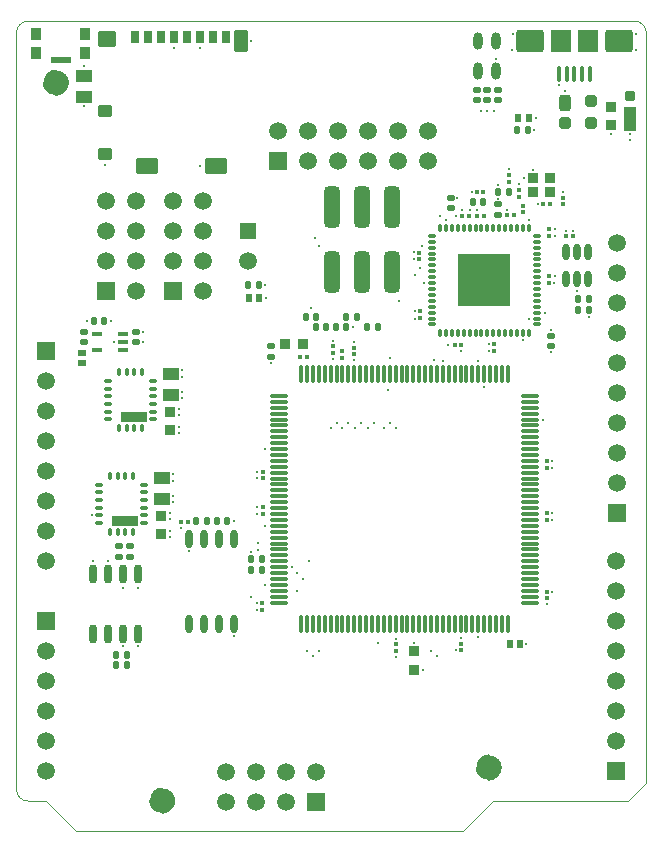
<source format=gts>
%FSLAX44Y44*%
%MOMM*%
G71*
G01*
G75*
G04 Layer_Color=8388736*
%ADD10C,0.1500*%
G04:AMPARAMS|DCode=11|XSize=0.6mm|YSize=0.5mm|CornerRadius=0.05mm|HoleSize=0mm|Usage=FLASHONLY|Rotation=0.000|XOffset=0mm|YOffset=0mm|HoleType=Round|Shape=RoundedRectangle|*
%AMROUNDEDRECTD11*
21,1,0.6000,0.4000,0,0,0.0*
21,1,0.5000,0.5000,0,0,0.0*
1,1,0.1000,0.2500,-0.2000*
1,1,0.1000,-0.2500,-0.2000*
1,1,0.1000,-0.2500,0.2000*
1,1,0.1000,0.2500,0.2000*
%
%ADD11ROUNDEDRECTD11*%
G04:AMPARAMS|DCode=12|XSize=0.6mm|YSize=0.5mm|CornerRadius=0.05mm|HoleSize=0mm|Usage=FLASHONLY|Rotation=270.000|XOffset=0mm|YOffset=0mm|HoleType=Round|Shape=RoundedRectangle|*
%AMROUNDEDRECTD12*
21,1,0.6000,0.4000,0,0,270.0*
21,1,0.5000,0.5000,0,0,270.0*
1,1,0.1000,-0.2000,-0.2500*
1,1,0.1000,-0.2000,0.2500*
1,1,0.1000,0.2000,0.2500*
1,1,0.1000,0.2000,-0.2500*
%
%ADD12ROUNDEDRECTD12*%
%ADD13O,0.9500X0.4000*%
G04:AMPARAMS|DCode=14|XSize=0.7mm|YSize=0.55mm|CornerRadius=0.055mm|HoleSize=0mm|Usage=FLASHONLY|Rotation=180.000|XOffset=0mm|YOffset=0mm|HoleType=Round|Shape=RoundedRectangle|*
%AMROUNDEDRECTD14*
21,1,0.7000,0.4400,0,0,180.0*
21,1,0.5900,0.5500,0,0,180.0*
1,1,0.1100,-0.2950,0.2200*
1,1,0.1100,0.2950,0.2200*
1,1,0.1100,0.2950,-0.2200*
1,1,0.1100,-0.2950,-0.2200*
%
%ADD14ROUNDEDRECTD14*%
G04:AMPARAMS|DCode=15|XSize=0.4mm|YSize=0.37mm|CornerRadius=0.037mm|HoleSize=0mm|Usage=FLASHONLY|Rotation=180.000|XOffset=0mm|YOffset=0mm|HoleType=Round|Shape=RoundedRectangle|*
%AMROUNDEDRECTD15*
21,1,0.4000,0.2960,0,0,180.0*
21,1,0.3260,0.3700,0,0,180.0*
1,1,0.0740,-0.1630,0.1480*
1,1,0.0740,0.1630,0.1480*
1,1,0.0740,0.1630,-0.1480*
1,1,0.0740,-0.1630,-0.1480*
%
%ADD15ROUNDEDRECTD15*%
G04:AMPARAMS|DCode=16|XSize=0.4mm|YSize=0.37mm|CornerRadius=0.037mm|HoleSize=0mm|Usage=FLASHONLY|Rotation=270.000|XOffset=0mm|YOffset=0mm|HoleType=Round|Shape=RoundedRectangle|*
%AMROUNDEDRECTD16*
21,1,0.4000,0.2960,0,0,270.0*
21,1,0.3260,0.3700,0,0,270.0*
1,1,0.0740,-0.1480,-0.1630*
1,1,0.0740,-0.1480,0.1630*
1,1,0.0740,0.1480,0.1630*
1,1,0.0740,0.1480,-0.1630*
%
%ADD16ROUNDEDRECTD16*%
G04:AMPARAMS|DCode=17|XSize=0.93mm|YSize=0.89mm|CornerRadius=0.089mm|HoleSize=0mm|Usage=FLASHONLY|Rotation=90.000|XOffset=0mm|YOffset=0mm|HoleType=Round|Shape=RoundedRectangle|*
%AMROUNDEDRECTD17*
21,1,0.9300,0.7120,0,0,90.0*
21,1,0.7520,0.8900,0,0,90.0*
1,1,0.1780,0.3560,0.3760*
1,1,0.1780,0.3560,-0.3760*
1,1,0.1780,-0.3560,-0.3760*
1,1,0.1780,-0.3560,0.3760*
%
%ADD17ROUNDEDRECTD17*%
%ADD18O,1.6500X0.3000*%
%ADD19O,0.3000X1.6500*%
%ADD20R,0.5400X0.7400*%
G04:AMPARAMS|DCode=21|XSize=0.7mm|YSize=0.55mm|CornerRadius=0.055mm|HoleSize=0mm|Usage=FLASHONLY|Rotation=90.000|XOffset=0mm|YOffset=0mm|HoleType=Round|Shape=RoundedRectangle|*
%AMROUNDEDRECTD21*
21,1,0.7000,0.4400,0,0,90.0*
21,1,0.5900,0.5500,0,0,90.0*
1,1,0.1100,0.2200,0.2950*
1,1,0.1100,0.2200,-0.2950*
1,1,0.1100,-0.2200,-0.2950*
1,1,0.1100,-0.2200,0.2950*
%
%ADD21ROUNDEDRECTD21*%
G04:AMPARAMS|DCode=22|XSize=1.3mm|YSize=3.5mm|CornerRadius=0.325mm|HoleSize=0mm|Usage=FLASHONLY|Rotation=180.000|XOffset=0mm|YOffset=0mm|HoleType=Round|Shape=RoundedRectangle|*
%AMROUNDEDRECTD22*
21,1,1.3000,2.8500,0,0,180.0*
21,1,0.6500,3.5000,0,0,180.0*
1,1,0.6500,-0.3250,1.4250*
1,1,0.6500,0.3250,1.4250*
1,1,0.6500,0.3250,-1.4250*
1,1,0.6500,-0.3250,-1.4250*
%
%ADD22ROUNDEDRECTD22*%
G04:AMPARAMS|DCode=23|XSize=0.3mm|YSize=0.6mm|CornerRadius=0.0495mm|HoleSize=0mm|Usage=FLASHONLY|Rotation=0.000|XOffset=0mm|YOffset=0mm|HoleType=Round|Shape=RoundedRectangle|*
%AMROUNDEDRECTD23*
21,1,0.3000,0.5010,0,0,0.0*
21,1,0.2010,0.6000,0,0,0.0*
1,1,0.0990,0.1005,-0.2505*
1,1,0.0990,-0.1005,-0.2505*
1,1,0.0990,-0.1005,0.2505*
1,1,0.0990,0.1005,0.2505*
%
%ADD23ROUNDEDRECTD23*%
G04:AMPARAMS|DCode=24|XSize=0.3mm|YSize=0.6mm|CornerRadius=0.0495mm|HoleSize=0mm|Usage=FLASHONLY|Rotation=270.000|XOffset=0mm|YOffset=0mm|HoleType=Round|Shape=RoundedRectangle|*
%AMROUNDEDRECTD24*
21,1,0.3000,0.5010,0,0,270.0*
21,1,0.2010,0.6000,0,0,270.0*
1,1,0.0990,-0.2505,-0.1005*
1,1,0.0990,-0.2505,0.1005*
1,1,0.0990,0.2505,0.1005*
1,1,0.0990,0.2505,-0.1005*
%
%ADD24ROUNDEDRECTD24*%
%ADD25R,2.2500X0.9000*%
G04:AMPARAMS|DCode=26|XSize=1.38mm|YSize=1.05mm|CornerRadius=0.105mm|HoleSize=0mm|Usage=FLASHONLY|Rotation=180.000|XOffset=0mm|YOffset=0mm|HoleType=Round|Shape=RoundedRectangle|*
%AMROUNDEDRECTD26*
21,1,1.3800,0.8400,0,0,180.0*
21,1,1.1700,1.0500,0,0,180.0*
1,1,0.2100,-0.5850,0.4200*
1,1,0.2100,0.5850,0.4200*
1,1,0.2100,0.5850,-0.4200*
1,1,0.2100,-0.5850,-0.4200*
%
%ADD26ROUNDEDRECTD26*%
%ADD27O,0.7600X1.6000*%
%ADD28O,0.6000X1.6000*%
G04:AMPARAMS|DCode=29|XSize=0.9mm|YSize=0.8mm|CornerRadius=0.08mm|HoleSize=0mm|Usage=FLASHONLY|Rotation=180.000|XOffset=0mm|YOffset=0mm|HoleType=Round|Shape=RoundedRectangle|*
%AMROUNDEDRECTD29*
21,1,0.9000,0.6400,0,0,180.0*
21,1,0.7400,0.8000,0,0,180.0*
1,1,0.1600,-0.3700,0.3200*
1,1,0.1600,0.3700,0.3200*
1,1,0.1600,0.3700,-0.3200*
1,1,0.1600,-0.3700,-0.3200*
%
%ADD29ROUNDEDRECTD29*%
%ADD30O,0.6000X1.4000*%
G04:AMPARAMS|DCode=31|XSize=1mm|YSize=1.4mm|CornerRadius=0.25mm|HoleSize=0mm|Usage=FLASHONLY|Rotation=180.000|XOffset=0mm|YOffset=0mm|HoleType=Round|Shape=RoundedRectangle|*
%AMROUNDEDRECTD31*
21,1,1.0000,0.9000,0,0,180.0*
21,1,0.5000,1.4000,0,0,180.0*
1,1,0.5000,-0.2500,0.4500*
1,1,0.5000,0.2500,0.4500*
1,1,0.5000,0.2500,-0.4500*
1,1,0.5000,-0.2500,-0.4500*
%
%ADD31ROUNDEDRECTD31*%
G04:AMPARAMS|DCode=32|XSize=1mm|YSize=1mm|CornerRadius=0.25mm|HoleSize=0mm|Usage=FLASHONLY|Rotation=180.000|XOffset=0mm|YOffset=0mm|HoleType=Round|Shape=RoundedRectangle|*
%AMROUNDEDRECTD32*
21,1,1.0000,0.5000,0,0,180.0*
21,1,0.5000,1.0000,0,0,180.0*
1,1,0.5000,-0.2500,0.2500*
1,1,0.5000,0.2500,0.2500*
1,1,0.5000,0.2500,-0.2500*
1,1,0.5000,-0.2500,-0.2500*
%
%ADD32ROUNDEDRECTD32*%
%ADD33R,4.4500X4.4500*%
%ADD34O,0.8200X0.2700*%
%ADD35O,0.2700X0.8200*%
G04:AMPARAMS|DCode=36|XSize=0.9mm|YSize=1mm|CornerRadius=0.09mm|HoleSize=0mm|Usage=FLASHONLY|Rotation=180.000|XOffset=0mm|YOffset=0mm|HoleType=Round|Shape=RoundedRectangle|*
%AMROUNDEDRECTD36*
21,1,0.9000,0.8200,0,0,180.0*
21,1,0.7200,1.0000,0,0,180.0*
1,1,0.1800,-0.3600,0.4100*
1,1,0.1800,0.3600,0.4100*
1,1,0.1800,0.3600,-0.4100*
1,1,0.1800,-0.3600,-0.4100*
%
%ADD36ROUNDEDRECTD36*%
G04:AMPARAMS|DCode=37|XSize=1.7mm|YSize=0.55mm|CornerRadius=0.055mm|HoleSize=0mm|Usage=FLASHONLY|Rotation=180.000|XOffset=0mm|YOffset=0mm|HoleType=Round|Shape=RoundedRectangle|*
%AMROUNDEDRECTD37*
21,1,1.7000,0.4400,0,0,180.0*
21,1,1.5900,0.5500,0,0,180.0*
1,1,0.1100,-0.7950,0.2200*
1,1,0.1100,0.7950,0.2200*
1,1,0.1100,0.7950,-0.2200*
1,1,0.1100,-0.7950,-0.2200*
%
%ADD37ROUNDEDRECTD37*%
%ADD38C,1.0000*%
%ADD39O,0.4000X1.3500*%
G04:AMPARAMS|DCode=40|XSize=2.3mm|YSize=1.9mm|CornerRadius=0.19mm|HoleSize=0mm|Usage=FLASHONLY|Rotation=180.000|XOffset=0mm|YOffset=0mm|HoleType=Round|Shape=RoundedRectangle|*
%AMROUNDEDRECTD40*
21,1,2.3000,1.5200,0,0,180.0*
21,1,1.9200,1.9000,0,0,180.0*
1,1,0.3800,-0.9600,0.7600*
1,1,0.3800,0.9600,0.7600*
1,1,0.3800,0.9600,-0.7600*
1,1,0.3800,-0.9600,-0.7600*
%
%ADD40ROUNDEDRECTD40*%
%ADD41R,1.8000X1.9000*%
G04:AMPARAMS|DCode=42|XSize=1.55mm|YSize=1.35mm|CornerRadius=0.135mm|HoleSize=0mm|Usage=FLASHONLY|Rotation=180.000|XOffset=0mm|YOffset=0mm|HoleType=Round|Shape=RoundedRectangle|*
%AMROUNDEDRECTD42*
21,1,1.5500,1.0800,0,0,180.0*
21,1,1.2800,1.3500,0,0,180.0*
1,1,0.2700,-0.6400,0.5400*
1,1,0.2700,0.6400,0.5400*
1,1,0.2700,0.6400,-0.5400*
1,1,0.2700,-0.6400,-0.5400*
%
%ADD42ROUNDEDRECTD42*%
G04:AMPARAMS|DCode=43|XSize=1.8mm|YSize=1.17mm|CornerRadius=0.117mm|HoleSize=0mm|Usage=FLASHONLY|Rotation=90.000|XOffset=0mm|YOffset=0mm|HoleType=Round|Shape=RoundedRectangle|*
%AMROUNDEDRECTD43*
21,1,1.8000,0.9360,0,0,90.0*
21,1,1.5660,1.1700,0,0,90.0*
1,1,0.2340,0.4680,0.7830*
1,1,0.2340,0.4680,-0.7830*
1,1,0.2340,-0.4680,-0.7830*
1,1,0.2340,-0.4680,0.7830*
%
%ADD43ROUNDEDRECTD43*%
G04:AMPARAMS|DCode=44|XSize=0.75mm|YSize=1.1mm|CornerRadius=0.075mm|HoleSize=0mm|Usage=FLASHONLY|Rotation=180.000|XOffset=0mm|YOffset=0mm|HoleType=Round|Shape=RoundedRectangle|*
%AMROUNDEDRECTD44*
21,1,0.7500,0.9500,0,0,180.0*
21,1,0.6000,1.1000,0,0,180.0*
1,1,0.1500,-0.3000,0.4750*
1,1,0.1500,0.3000,0.4750*
1,1,0.1500,0.3000,-0.4750*
1,1,0.1500,-0.3000,-0.4750*
%
%ADD44ROUNDEDRECTD44*%
G04:AMPARAMS|DCode=45|XSize=1.2mm|YSize=1mm|CornerRadius=0.1mm|HoleSize=0mm|Usage=FLASHONLY|Rotation=180.000|XOffset=0mm|YOffset=0mm|HoleType=Round|Shape=RoundedRectangle|*
%AMROUNDEDRECTD45*
21,1,1.2000,0.8000,0,0,180.0*
21,1,1.0000,1.0000,0,0,180.0*
1,1,0.2000,-0.5000,0.4000*
1,1,0.2000,0.5000,0.4000*
1,1,0.2000,0.5000,-0.4000*
1,1,0.2000,-0.5000,-0.4000*
%
%ADD45ROUNDEDRECTD45*%
G04:AMPARAMS|DCode=46|XSize=1.9mm|YSize=1.35mm|CornerRadius=0.135mm|HoleSize=0mm|Usage=FLASHONLY|Rotation=180.000|XOffset=0mm|YOffset=0mm|HoleType=Round|Shape=RoundedRectangle|*
%AMROUNDEDRECTD46*
21,1,1.9000,1.0800,0,0,180.0*
21,1,1.6300,1.3500,0,0,180.0*
1,1,0.2700,-0.8150,0.5400*
1,1,0.2700,0.8150,0.5400*
1,1,0.2700,0.8150,-0.5400*
1,1,0.2700,-0.8150,-0.5400*
%
%ADD46ROUNDEDRECTD46*%
%ADD47O,0.8000X1.4700*%
G04:AMPARAMS|DCode=48|XSize=2mm|YSize=1.1mm|CornerRadius=0.11mm|HoleSize=0mm|Usage=FLASHONLY|Rotation=90.000|XOffset=0mm|YOffset=0mm|HoleType=Round|Shape=RoundedRectangle|*
%AMROUNDEDRECTD48*
21,1,2.0000,0.8800,0,0,90.0*
21,1,1.7800,1.1000,0,0,90.0*
1,1,0.2200,0.4400,0.8900*
1,1,0.2200,0.4400,-0.8900*
1,1,0.2200,-0.4400,-0.8900*
1,1,0.2200,-0.4400,0.8900*
%
%ADD48ROUNDEDRECTD48*%
G04:AMPARAMS|DCode=49|XSize=0.8mm|YSize=0.8mm|CornerRadius=0.08mm|HoleSize=0mm|Usage=FLASHONLY|Rotation=90.000|XOffset=0mm|YOffset=0mm|HoleType=Round|Shape=RoundedRectangle|*
%AMROUNDEDRECTD49*
21,1,0.8000,0.6400,0,0,90.0*
21,1,0.6400,0.8000,0,0,90.0*
1,1,0.1600,0.3200,0.3200*
1,1,0.1600,0.3200,-0.3200*
1,1,0.1600,-0.3200,-0.3200*
1,1,0.1600,-0.3200,0.3200*
%
%ADD49ROUNDEDRECTD49*%
G04:AMPARAMS|DCode=50|XSize=0.93mm|YSize=0.89mm|CornerRadius=0.089mm|HoleSize=0mm|Usage=FLASHONLY|Rotation=0.000|XOffset=0mm|YOffset=0mm|HoleType=Round|Shape=RoundedRectangle|*
%AMROUNDEDRECTD50*
21,1,0.9300,0.7120,0,0,0.0*
21,1,0.7520,0.8900,0,0,0.0*
1,1,0.1780,0.3760,-0.3560*
1,1,0.1780,-0.3760,-0.3560*
1,1,0.1780,-0.3760,0.3560*
1,1,0.1780,0.3760,0.3560*
%
%ADD50ROUNDEDRECTD50*%
%ADD51C,0.1000*%
%ADD52C,0.2000*%
%ADD53C,0.3000*%
%ADD54C,0.1200*%
%ADD55C,0.5000*%
%ADD56R,1.5000X1.5000*%
%ADD57C,1.5000*%
%ADD58R,1.3500X1.3500*%
%ADD59R,1.5000X1.5000*%
%ADD60C,0.4500*%
%ADD61C,1.0000*%
%ADD62C,2.0000*%
%ADD63C,0.6000*%
%ADD64C,0.4000*%
%ADD65C,0.2500*%
%ADD66C,0.2000*%
D11*
X101000Y423000D02*
D03*
Y414000D02*
D03*
X57000Y414000D02*
D03*
Y423000D02*
D03*
X215800Y401700D02*
D03*
Y410700D02*
D03*
X96000Y232000D02*
D03*
Y241000D02*
D03*
X87000Y232000D02*
D03*
Y241000D02*
D03*
X367600Y536200D02*
D03*
Y527200D02*
D03*
X407800Y530600D02*
D03*
Y521600D02*
D03*
X389600Y618700D02*
D03*
Y627700D02*
D03*
X398601Y618701D02*
D03*
Y627701D02*
D03*
X407601Y618701D02*
D03*
Y627701D02*
D03*
X452500Y419508D02*
D03*
Y410508D02*
D03*
D12*
X74500Y432000D02*
D03*
X65500D02*
D03*
X423927Y593675D02*
D03*
X432926D02*
D03*
X196000Y462000D02*
D03*
X205000D02*
D03*
X152500Y262500D02*
D03*
X161500D02*
D03*
X93500Y140500D02*
D03*
X84500D02*
D03*
X199000Y230000D02*
D03*
X208000D02*
D03*
X178500Y262500D02*
D03*
X169500D02*
D03*
X199000Y221000D02*
D03*
X208000D02*
D03*
X93500Y149500D02*
D03*
X84500D02*
D03*
X484500Y450500D02*
D03*
X475500D02*
D03*
X475500Y441500D02*
D03*
X484500D02*
D03*
X306000Y426500D02*
D03*
X297000D02*
D03*
X279100Y435500D02*
D03*
X288100D02*
D03*
X279500Y426500D02*
D03*
X270500D02*
D03*
X253500Y426500D02*
D03*
X262500D02*
D03*
X254000Y435500D02*
D03*
X245000D02*
D03*
X386400Y532300D02*
D03*
X395400D02*
D03*
X407800Y541200D02*
D03*
X416800D02*
D03*
D13*
X90000Y407500D02*
D03*
Y414000D02*
D03*
Y420500D02*
D03*
X68000D02*
D03*
Y407500D02*
D03*
D14*
X55500Y404750D02*
D03*
Y396250D02*
D03*
D15*
X268400Y404650D02*
D03*
Y410350D02*
D03*
X428800Y523850D02*
D03*
Y529550D02*
D03*
X425500Y542750D02*
D03*
Y537050D02*
D03*
X276100Y406550D02*
D03*
Y400850D02*
D03*
X462700Y536250D02*
D03*
Y530550D02*
D03*
X416800Y555650D02*
D03*
Y549950D02*
D03*
X449000Y197150D02*
D03*
Y202850D02*
D03*
X286000Y409350D02*
D03*
Y403650D02*
D03*
X208500Y304350D02*
D03*
Y298650D02*
D03*
X376774Y153024D02*
D03*
Y158724D02*
D03*
X321375Y152524D02*
D03*
Y158224D02*
D03*
X208375Y187524D02*
D03*
Y193224D02*
D03*
X449000Y269350D02*
D03*
Y263650D02*
D03*
Y307650D02*
D03*
Y313350D02*
D03*
X208500Y274350D02*
D03*
Y268650D02*
D03*
X341700Y439950D02*
D03*
Y434250D02*
D03*
X404300Y412150D02*
D03*
Y406450D02*
D03*
X341300Y489850D02*
D03*
Y484150D02*
D03*
X451000Y464150D02*
D03*
Y469850D02*
D03*
X451000Y504150D02*
D03*
Y509850D02*
D03*
D16*
X246050Y401400D02*
D03*
X240350D02*
D03*
X144976Y261575D02*
D03*
X139276D02*
D03*
X389750Y540800D02*
D03*
X395450D02*
D03*
X446250Y530600D02*
D03*
X451950D02*
D03*
X465350Y503700D02*
D03*
X471050D02*
D03*
X376650Y412000D02*
D03*
X370950D02*
D03*
X377550Y521000D02*
D03*
X383250D02*
D03*
X395650D02*
D03*
X389950D02*
D03*
X421350Y521500D02*
D03*
X415650D02*
D03*
D17*
X242600Y412200D02*
D03*
X227200D02*
D03*
D18*
X434600Y223500D02*
D03*
Y208500D02*
D03*
Y213500D02*
D03*
Y218500D02*
D03*
Y228500D02*
D03*
X222600Y368500D02*
D03*
Y363500D02*
D03*
Y358500D02*
D03*
Y353500D02*
D03*
Y348500D02*
D03*
Y343500D02*
D03*
Y338500D02*
D03*
Y333500D02*
D03*
Y328500D02*
D03*
Y323500D02*
D03*
Y318500D02*
D03*
Y313500D02*
D03*
Y308500D02*
D03*
Y303500D02*
D03*
Y298500D02*
D03*
Y293500D02*
D03*
Y288500D02*
D03*
Y283500D02*
D03*
Y278500D02*
D03*
Y273500D02*
D03*
Y268500D02*
D03*
Y263500D02*
D03*
Y258500D02*
D03*
Y253500D02*
D03*
Y248500D02*
D03*
Y243500D02*
D03*
Y238500D02*
D03*
Y233500D02*
D03*
Y228500D02*
D03*
Y223500D02*
D03*
Y218500D02*
D03*
Y213500D02*
D03*
Y208500D02*
D03*
Y203500D02*
D03*
Y198500D02*
D03*
Y193500D02*
D03*
X434600D02*
D03*
Y198500D02*
D03*
Y203500D02*
D03*
Y233500D02*
D03*
Y238500D02*
D03*
Y243500D02*
D03*
Y248500D02*
D03*
Y253500D02*
D03*
Y258500D02*
D03*
Y263500D02*
D03*
Y268500D02*
D03*
Y273500D02*
D03*
Y278500D02*
D03*
Y283500D02*
D03*
Y288500D02*
D03*
Y293500D02*
D03*
Y298500D02*
D03*
Y303500D02*
D03*
Y308500D02*
D03*
Y313500D02*
D03*
Y318500D02*
D03*
Y323500D02*
D03*
Y328500D02*
D03*
Y333500D02*
D03*
Y338500D02*
D03*
Y343500D02*
D03*
Y348500D02*
D03*
Y353500D02*
D03*
Y358500D02*
D03*
Y363500D02*
D03*
Y368500D02*
D03*
D19*
X416100Y387000D02*
D03*
X411100D02*
D03*
X406100D02*
D03*
X401100D02*
D03*
X396100D02*
D03*
X391100D02*
D03*
X386100D02*
D03*
X381100D02*
D03*
X376100D02*
D03*
X371100D02*
D03*
X366100D02*
D03*
X361100D02*
D03*
X356100D02*
D03*
X351100D02*
D03*
X346100D02*
D03*
X341100D02*
D03*
X336100D02*
D03*
X331100D02*
D03*
X326100D02*
D03*
X321100D02*
D03*
X316100D02*
D03*
X311100D02*
D03*
X306100D02*
D03*
X301100D02*
D03*
X296100D02*
D03*
X291100D02*
D03*
X286100D02*
D03*
X281100D02*
D03*
X276100D02*
D03*
X271100D02*
D03*
X266100D02*
D03*
X261100D02*
D03*
X256100D02*
D03*
X251100D02*
D03*
X246100D02*
D03*
X241100D02*
D03*
Y175000D02*
D03*
X246100D02*
D03*
X251100D02*
D03*
X256100D02*
D03*
X261100D02*
D03*
X266100D02*
D03*
X271100D02*
D03*
X276100D02*
D03*
X281100D02*
D03*
X286100D02*
D03*
X291100D02*
D03*
X296100D02*
D03*
X301100D02*
D03*
X306100D02*
D03*
X311100D02*
D03*
X316100D02*
D03*
X321100D02*
D03*
X326100D02*
D03*
X331100D02*
D03*
X336100D02*
D03*
X341100D02*
D03*
X346100D02*
D03*
X351100D02*
D03*
X356100D02*
D03*
X361100D02*
D03*
X366100D02*
D03*
X371100D02*
D03*
X376100D02*
D03*
X381100D02*
D03*
X386100D02*
D03*
X391100D02*
D03*
X396100D02*
D03*
X401100D02*
D03*
X406100D02*
D03*
X411100D02*
D03*
X416100D02*
D03*
D20*
X424400Y603900D02*
D03*
X434400D02*
D03*
D21*
X205750Y451000D02*
D03*
X197250D02*
D03*
X426150Y158500D02*
D03*
X417650D02*
D03*
D22*
X267100Y473500D02*
D03*
X292500D02*
D03*
X267100Y528500D02*
D03*
X292500D02*
D03*
X317900Y473500D02*
D03*
Y528500D02*
D03*
D23*
X98750Y253000D02*
D03*
X79250D02*
D03*
X85750D02*
D03*
X92250D02*
D03*
Y301000D02*
D03*
X85750D02*
D03*
X79250D02*
D03*
X98750D02*
D03*
X106250Y341000D02*
D03*
X86750D02*
D03*
X93250D02*
D03*
X99750D02*
D03*
Y389000D02*
D03*
X93250D02*
D03*
X86750D02*
D03*
X106250D02*
D03*
D24*
X70000Y260750D02*
D03*
Y267250D02*
D03*
Y273750D02*
D03*
Y280250D02*
D03*
Y286750D02*
D03*
Y293250D02*
D03*
X108000Y293250D02*
D03*
Y286750D02*
D03*
Y280250D02*
D03*
Y273750D02*
D03*
Y267250D02*
D03*
Y260750D02*
D03*
X77500Y348750D02*
D03*
Y355250D02*
D03*
Y361750D02*
D03*
Y368250D02*
D03*
Y374750D02*
D03*
Y381250D02*
D03*
X115500Y381250D02*
D03*
Y374750D02*
D03*
Y368250D02*
D03*
Y361750D02*
D03*
Y355250D02*
D03*
Y348750D02*
D03*
D25*
X91750Y262500D02*
D03*
X99250Y350500D02*
D03*
D26*
X130500Y369600D02*
D03*
Y387400D02*
D03*
X123000Y281600D02*
D03*
Y299400D02*
D03*
X57000Y621600D02*
D03*
Y639400D02*
D03*
D27*
X64950Y167100D02*
D03*
X77650D02*
D03*
X90350D02*
D03*
X103050D02*
D03*
X64950Y217900D02*
D03*
X77650D02*
D03*
X90350D02*
D03*
X103050D02*
D03*
D28*
X184550Y247500D02*
D03*
X171850D02*
D03*
X159150D02*
D03*
X146450D02*
D03*
X184550Y175500D02*
D03*
X171850D02*
D03*
X159150D02*
D03*
X146450D02*
D03*
D29*
X452000Y552800D02*
D03*
X437000D02*
D03*
Y540800D02*
D03*
X452000D02*
D03*
D30*
X474800Y490400D02*
D03*
X465300D02*
D03*
X484300D02*
D03*
Y467400D02*
D03*
X474800D02*
D03*
X465300D02*
D03*
D31*
X464350Y616200D02*
D03*
D32*
Y599200D02*
D03*
X486350D02*
D03*
Y618200D02*
D03*
D33*
X396300Y466500D02*
D03*
D34*
X440800Y504000D02*
D03*
Y499000D02*
D03*
Y494000D02*
D03*
Y489000D02*
D03*
Y484000D02*
D03*
Y479000D02*
D03*
Y474000D02*
D03*
Y469000D02*
D03*
Y464000D02*
D03*
Y459000D02*
D03*
Y454000D02*
D03*
Y449000D02*
D03*
Y444000D02*
D03*
Y439000D02*
D03*
Y434000D02*
D03*
Y429000D02*
D03*
X351800D02*
D03*
Y434000D02*
D03*
Y439000D02*
D03*
Y444000D02*
D03*
Y449000D02*
D03*
Y454000D02*
D03*
Y459000D02*
D03*
Y464000D02*
D03*
Y469000D02*
D03*
Y474000D02*
D03*
Y479000D02*
D03*
Y484000D02*
D03*
Y489000D02*
D03*
Y494000D02*
D03*
Y499000D02*
D03*
Y504000D02*
D03*
D35*
X433800Y422000D02*
D03*
X428800D02*
D03*
X423800D02*
D03*
X418800D02*
D03*
X413800D02*
D03*
X408800D02*
D03*
X403800D02*
D03*
X398800D02*
D03*
X393800D02*
D03*
X388800D02*
D03*
X383800D02*
D03*
X378800D02*
D03*
X373800D02*
D03*
X368800D02*
D03*
X363800D02*
D03*
X358800D02*
D03*
Y511000D02*
D03*
X363800D02*
D03*
X368800D02*
D03*
X373800D02*
D03*
X378800D02*
D03*
X383800D02*
D03*
X388800D02*
D03*
X393800D02*
D03*
X398800D02*
D03*
X403800D02*
D03*
X408800D02*
D03*
X413800D02*
D03*
X418800D02*
D03*
X423800D02*
D03*
X428800D02*
D03*
X433800D02*
D03*
D36*
X58000Y675000D02*
D03*
Y659000D02*
D03*
X17000D02*
D03*
Y675000D02*
D03*
D37*
X37500Y652750D02*
D03*
D38*
X399900Y53800D02*
D03*
X123400Y25800D02*
D03*
X33400Y633600D02*
D03*
D39*
X459400Y640863D02*
D03*
X465900D02*
D03*
X472400D02*
D03*
X478900D02*
D03*
X485400D02*
D03*
D40*
X509900Y669113D02*
D03*
X434900D02*
D03*
D41*
X483900D02*
D03*
X460900D02*
D03*
D42*
X76670Y671000D02*
D03*
D43*
X189870Y668750D02*
D03*
D44*
X100770Y672250D02*
D03*
X111770D02*
D03*
X122770D02*
D03*
X133770D02*
D03*
X144770D02*
D03*
X155770D02*
D03*
X166770D02*
D03*
X177770D02*
D03*
D45*
X74920Y610000D02*
D03*
Y573000D02*
D03*
D46*
X168620Y563250D02*
D03*
X110920D02*
D03*
D47*
X405900Y669000D02*
D03*
Y643600D02*
D03*
X390900D02*
D03*
Y669000D02*
D03*
D48*
X519700Y603300D02*
D03*
D49*
Y622300D02*
D03*
D50*
X337025Y136726D02*
D03*
Y152126D02*
D03*
X122500Y267200D02*
D03*
Y251800D02*
D03*
X130000Y355200D02*
D03*
Y339800D02*
D03*
X503500Y613100D02*
D03*
Y597700D02*
D03*
D51*
X533400Y675800D02*
G03*
X523400Y685800I-10000J0D01*
G01*
X10000D02*
G03*
X0Y675800I0J-10000D01*
G01*
Y35400D02*
G03*
X10000Y25400I10000J0D01*
G01*
X518200D02*
X533400Y40600D01*
X25400Y25400D02*
X50800Y0D01*
X378500D01*
X403900Y25400D01*
X518200D01*
X10000D02*
X25400D01*
X533400Y40600D02*
Y675800D01*
X10000Y685800D02*
X523400D01*
X0Y35400D02*
Y675800D01*
D56*
X76200Y457200D02*
D03*
X25400Y177800D02*
D03*
X508000Y50800D02*
D03*
X132300Y457200D02*
D03*
X508500Y269150D02*
D03*
X25400Y406400D02*
D03*
D57*
X101600Y457200D02*
D03*
X76200Y482600D02*
D03*
X101600D02*
D03*
X76200Y508000D02*
D03*
X101600D02*
D03*
X76200Y533400D02*
D03*
X101600D02*
D03*
X195800Y482600D02*
D03*
X247100Y567200D02*
D03*
X272500D02*
D03*
X297900D02*
D03*
X323300D02*
D03*
X348700D02*
D03*
X221700Y592600D02*
D03*
X247100D02*
D03*
X272500D02*
D03*
X297900D02*
D03*
X323300D02*
D03*
X348700D02*
D03*
X25400Y76200D02*
D03*
Y101600D02*
D03*
Y127000D02*
D03*
Y152400D02*
D03*
Y50800D02*
D03*
X508000Y228600D02*
D03*
Y203200D02*
D03*
Y152400D02*
D03*
Y127000D02*
D03*
Y101600D02*
D03*
Y76200D02*
D03*
Y177800D02*
D03*
X254000Y50300D02*
D03*
X228600Y24900D02*
D03*
Y50300D02*
D03*
X203200Y24900D02*
D03*
Y50300D02*
D03*
X177800Y24900D02*
D03*
Y50300D02*
D03*
X157700Y457200D02*
D03*
X132300Y482600D02*
D03*
X157700D02*
D03*
X132300Y508000D02*
D03*
X157700D02*
D03*
X132300Y533400D02*
D03*
X157700D02*
D03*
X508500Y396150D02*
D03*
Y294550D02*
D03*
Y319950D02*
D03*
Y345350D02*
D03*
Y370750D02*
D03*
Y421550D02*
D03*
Y446950D02*
D03*
Y497750D02*
D03*
Y472350D02*
D03*
X25400Y228600D02*
D03*
Y254000D02*
D03*
Y304800D02*
D03*
Y330200D02*
D03*
Y355600D02*
D03*
Y381000D02*
D03*
Y279400D02*
D03*
D58*
X195800Y508000D02*
D03*
D59*
X221700Y567200D02*
D03*
X254000Y24900D02*
D03*
D62*
X400900Y53800D02*
G03*
X400900Y53800I-1000J0D01*
G01*
X124400Y25800D02*
G03*
X124400Y25800I-1000J0D01*
G01*
X34400Y633600D02*
G03*
X34400Y633600I-1000J0D01*
G01*
D66*
X266100Y341000D02*
D03*
X276100D02*
D03*
X285000Y426500D02*
D03*
X286000Y414200D02*
D03*
Y398800D02*
D03*
X271100Y345300D02*
D03*
X281100D02*
D03*
X302600D02*
D03*
X452500Y405358D02*
D03*
X438601Y593748D02*
D03*
X297600Y341000D02*
D03*
X291600Y345300D02*
D03*
X88500Y264500D02*
D03*
X63950Y267250D02*
D03*
X137500Y337000D02*
D03*
X133770Y663270D02*
D03*
X106850Y423000D02*
D03*
Y414000D02*
D03*
X82500Y414000D02*
D03*
X79850Y432000D02*
D03*
X60150D02*
D03*
X391100Y398000D02*
D03*
X210100Y323500D02*
D03*
X237500Y203500D02*
D03*
X199000Y198500D02*
D03*
X243000Y213500D02*
D03*
X324100Y448500D02*
D03*
X519700Y585500D02*
D03*
Y590500D02*
D03*
X103050Y206150D02*
D03*
X90350D02*
D03*
X204500Y244000D02*
D03*
Y238000D02*
D03*
X405900Y653600D02*
D03*
X361100Y398000D02*
D03*
X337500Y470500D02*
D03*
X341500Y477000D02*
D03*
X336300Y484150D02*
D03*
X336500Y490000D02*
D03*
X343300Y495000D02*
D03*
X358800Y520500D02*
D03*
X314500Y373500D02*
D03*
X440000Y603900D02*
D03*
X256000Y495000D02*
D03*
X237500Y218500D02*
D03*
X252500Y502500D02*
D03*
X233500Y223500D02*
D03*
X247500Y228500D02*
D03*
X199000Y236500D02*
D03*
X183850Y262500D02*
D03*
X210350Y462000D02*
D03*
X211100Y451000D02*
D03*
X139276Y256776D02*
D03*
X64950Y228400D02*
D03*
X77650D02*
D03*
X103050Y156600D02*
D03*
X90350D02*
D03*
X184550Y165000D02*
D03*
X146450Y237000D02*
D03*
X249500Y442500D02*
D03*
X268400Y415200D02*
D03*
Y399800D02*
D03*
X462700Y541100D02*
D03*
X453850Y269350D02*
D03*
Y263650D02*
D03*
Y307650D02*
D03*
Y313350D02*
D03*
X203650Y274350D02*
D03*
Y268650D02*
D03*
X203525Y187524D02*
D03*
Y193224D02*
D03*
X321375Y147674D02*
D03*
Y163074D02*
D03*
X371925Y153024D02*
D03*
X376774Y163574D02*
D03*
X215800Y396350D02*
D03*
X203650Y304350D02*
D03*
Y298650D02*
D03*
X336874Y159626D02*
D03*
X344299Y136750D02*
D03*
X431650Y158500D02*
D03*
X449000Y192650D02*
D03*
X453500Y202850D02*
D03*
X56900Y613920D02*
D03*
X155670Y563220D02*
D03*
X138000Y352500D02*
D03*
Y357500D02*
D03*
X140000Y366500D02*
D03*
Y372000D02*
D03*
Y390500D02*
D03*
Y384500D02*
D03*
X137500Y342500D02*
D03*
X130000Y249000D02*
D03*
Y254500D02*
D03*
X132500Y296500D02*
D03*
Y302500D02*
D03*
Y284000D02*
D03*
Y278500D02*
D03*
X130000Y269500D02*
D03*
Y264500D02*
D03*
X83000Y260500D02*
D03*
X100500Y264500D02*
D03*
X95000Y260500D02*
D03*
X96000Y352500D02*
D03*
X102500Y348500D02*
D03*
X108000Y352500D02*
D03*
X90500Y348500D02*
D03*
X484500Y435000D02*
D03*
X398600Y609300D02*
D03*
X321600Y341000D02*
D03*
X311600D02*
D03*
X316600Y345300D02*
D03*
X404100Y609300D02*
D03*
X393100D02*
D03*
X57100Y648080D02*
D03*
X155770Y663270D02*
D03*
X396100Y375700D02*
D03*
X306100Y159700D02*
D03*
X353600Y398500D02*
D03*
X286600Y341000D02*
D03*
X391100Y164000D02*
D03*
X445600Y348500D02*
D03*
X210100Y258500D02*
D03*
Y208500D02*
D03*
X316100Y400200D02*
D03*
X425500Y547700D02*
D03*
X455700Y470000D02*
D03*
X376650Y406650D02*
D03*
X365300Y412000D02*
D03*
X455700Y503700D02*
D03*
X455700Y509900D02*
D03*
X455600Y464000D02*
D03*
X434300Y434000D02*
D03*
X447300Y439000D02*
D03*
X452500Y424500D02*
D03*
X503600Y590200D02*
D03*
X415950Y485800D02*
D03*
X396300Y466500D02*
D03*
X416130Y446900D02*
D03*
X376870Y485800D02*
D03*
X377150Y447650D02*
D03*
X345300Y464000D02*
D03*
X363800Y517500D02*
D03*
X433800D02*
D03*
X428800Y415500D02*
D03*
X389900Y525600D02*
D03*
X372200Y520700D02*
D03*
X383800Y525600D02*
D03*
X377700D02*
D03*
X385500Y540800D02*
D03*
X373000Y536300D02*
D03*
X407700Y535500D02*
D03*
X415700Y525900D02*
D03*
X437000Y559500D02*
D03*
X429800Y552800D02*
D03*
X407600Y546900D02*
D03*
X416700Y560200D02*
D03*
X441900Y530600D02*
D03*
X474800Y457500D02*
D03*
X465400Y508200D02*
D03*
X471200Y508300D02*
D03*
X337300Y434000D02*
D03*
Y440200D02*
D03*
X400000Y412200D02*
D03*
Y406300D02*
D03*
X420000Y661000D02*
D03*
X420300Y675300D02*
D03*
X524200Y661000D02*
D03*
X524500Y675300D02*
D03*
X459400Y631400D02*
D03*
X464350Y626450D02*
D03*
X198520Y668800D02*
D03*
X74920Y564100D02*
D03*
X356000Y148200D02*
D03*
X351000Y152500D02*
D03*
X251100Y148200D02*
D03*
X246100Y152500D02*
D03*
X256100D02*
D03*
M02*

</source>
